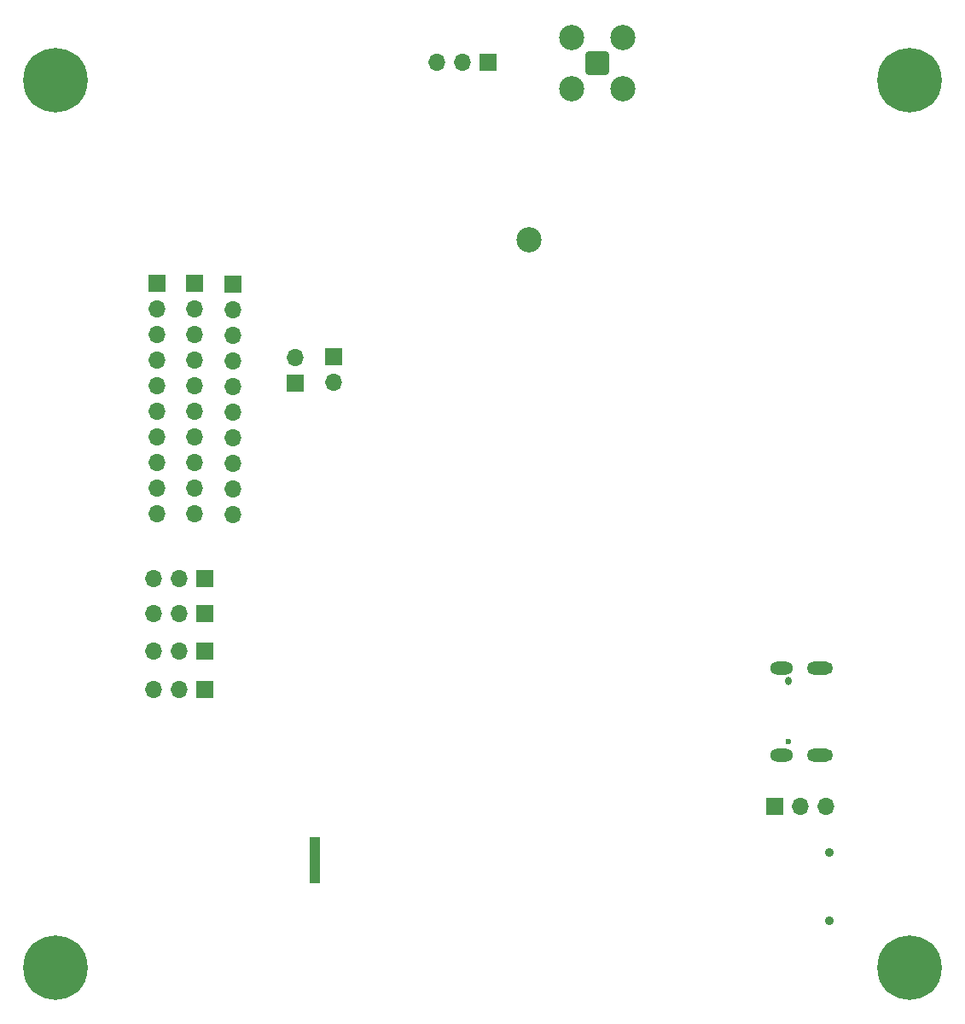
<source format=gbr>
%TF.GenerationSoftware,KiCad,Pcbnew,(6.0.7)*%
%TF.CreationDate,2023-04-27T18:42:04+08:00*%
%TF.ProjectId,Engineering 2023 UAV flight controller,456e6769-6e65-4657-9269-6e6720323032,1*%
%TF.SameCoordinates,Original*%
%TF.FileFunction,Soldermask,Bot*%
%TF.FilePolarity,Negative*%
%FSLAX46Y46*%
G04 Gerber Fmt 4.6, Leading zero omitted, Abs format (unit mm)*
G04 Created by KiCad (PCBNEW (6.0.7)) date 2023-04-27 18:42:04*
%MOMM*%
%LPD*%
G01*
G04 APERTURE LIST*
G04 Aperture macros list*
%AMRoundRect*
0 Rectangle with rounded corners*
0 $1 Rounding radius*
0 $2 $3 $4 $5 $6 $7 $8 $9 X,Y pos of 4 corners*
0 Add a 4 corners polygon primitive as box body*
4,1,4,$2,$3,$4,$5,$6,$7,$8,$9,$2,$3,0*
0 Add four circle primitives for the rounded corners*
1,1,$1+$1,$2,$3*
1,1,$1+$1,$4,$5*
1,1,$1+$1,$6,$7*
1,1,$1+$1,$8,$9*
0 Add four rect primitives between the rounded corners*
20,1,$1+$1,$2,$3,$4,$5,0*
20,1,$1+$1,$4,$5,$6,$7,0*
20,1,$1+$1,$6,$7,$8,$9,0*
20,1,$1+$1,$8,$9,$2,$3,0*%
G04 Aperture macros list end*
%ADD10R,1.700000X1.700000*%
%ADD11O,1.700000X1.700000*%
%ADD12R,1.100000X4.600000*%
%ADD13C,0.800000*%
%ADD14C,6.400000*%
%ADD15C,0.600000*%
%ADD16O,0.600000X0.850000*%
%ADD17O,2.300000X1.300000*%
%ADD18O,2.600000X1.300000*%
%ADD19C,0.900000*%
%ADD20RoundRect,0.200100X0.949900X0.949900X-0.949900X0.949900X-0.949900X-0.949900X0.949900X-0.949900X0*%
%ADD21C,2.500000*%
G04 APERTURE END LIST*
D10*
%TO.C,M3*%
X124200000Y-104650000D03*
D11*
X121660000Y-104650000D03*
X119120000Y-104650000D03*
%TD*%
D12*
%TO.C,IC1*%
X135200000Y-125400000D03*
%TD*%
D10*
%TO.C,J8*%
X137000000Y-75400000D03*
D11*
X137000000Y-77940000D03*
%TD*%
D10*
%TO.C,J6*%
X127000000Y-68175000D03*
D11*
X127000000Y-70715000D03*
X127000000Y-73255000D03*
X127000000Y-75795000D03*
X127000000Y-78335000D03*
X127000000Y-80875000D03*
X127000000Y-83415000D03*
X127000000Y-85955000D03*
X127000000Y-88495000D03*
X127000000Y-91035000D03*
%TD*%
D13*
%TO.C,H2*%
X195897056Y-46302944D03*
X194200000Y-50400000D03*
X195897056Y-49697056D03*
X192502944Y-46302944D03*
X192502944Y-49697056D03*
X194200000Y-45600000D03*
D14*
X194200000Y-48000000D03*
D13*
X191800000Y-48000000D03*
X196600000Y-48000000D03*
%TD*%
%TO.C,H1*%
X111097056Y-134302944D03*
X111800000Y-136000000D03*
X109400000Y-138400000D03*
X109400000Y-133600000D03*
X111097056Y-137697056D03*
D14*
X109400000Y-136000000D03*
D13*
X107702944Y-134302944D03*
X107000000Y-136000000D03*
X107702944Y-137697056D03*
%TD*%
D10*
%TO.C,J7*%
X119500000Y-68170000D03*
D11*
X119500000Y-70710000D03*
X119500000Y-73250000D03*
X119500000Y-75790000D03*
X119500000Y-78330000D03*
X119500000Y-80870000D03*
X119500000Y-83410000D03*
X119500000Y-85950000D03*
X119500000Y-88490000D03*
X119500000Y-91030000D03*
%TD*%
D13*
%TO.C,H4*%
X107702944Y-46302944D03*
X111097056Y-49697056D03*
X109400000Y-45600000D03*
D14*
X109400000Y-48000000D03*
D13*
X111800000Y-48000000D03*
X111097056Y-46302944D03*
X107000000Y-48000000D03*
X109400000Y-50400000D03*
X107702944Y-49697056D03*
%TD*%
D10*
%TO.C,M1*%
X124225000Y-97400000D03*
D11*
X121685000Y-97400000D03*
X119145000Y-97400000D03*
%TD*%
D10*
%TO.C,M4*%
X124200000Y-108400000D03*
D11*
X121660000Y-108400000D03*
X119120000Y-108400000D03*
%TD*%
D10*
%TO.C,J2*%
X180800000Y-120000000D03*
D11*
X183340000Y-120000000D03*
X185880000Y-120000000D03*
%TD*%
D10*
%TO.C,M2*%
X124225000Y-100900000D03*
D11*
X121685000Y-100900000D03*
X119145000Y-100900000D03*
%TD*%
D13*
%TO.C,H3*%
X195897056Y-137697056D03*
X192502944Y-134302944D03*
X195897056Y-134302944D03*
X194200000Y-133600000D03*
X196600000Y-136000000D03*
D14*
X194200000Y-136000000D03*
D13*
X191800000Y-136000000D03*
X192502944Y-137697056D03*
X194200000Y-138400000D03*
%TD*%
D10*
%TO.C,J9*%
X133200000Y-78000000D03*
D11*
X133200000Y-75460000D03*
%TD*%
D15*
%TO.C,J3*%
X182175000Y-113600000D03*
D16*
X182175000Y-107600000D03*
D17*
X181450000Y-114920000D03*
D18*
X185275000Y-114920000D03*
D17*
X181450000Y-106280000D03*
D18*
X185275000Y-106280000D03*
%TD*%
D10*
%TO.C,J5*%
X123250000Y-68170000D03*
D11*
X123250000Y-70710000D03*
X123250000Y-73250000D03*
X123250000Y-75790000D03*
X123250000Y-78330000D03*
X123250000Y-80870000D03*
X123250000Y-83410000D03*
X123250000Y-85950000D03*
X123250000Y-88490000D03*
X123250000Y-91030000D03*
%TD*%
D19*
%TO.C,SW1*%
X186200000Y-124600000D03*
X186200000Y-131400000D03*
%TD*%
D10*
%TO.C,J10*%
X152340000Y-46200000D03*
D11*
X149800000Y-46200000D03*
X147260000Y-46200000D03*
%TD*%
D20*
%TO.C,J4*%
X163200000Y-46250000D03*
D21*
X160660000Y-48790000D03*
X165740000Y-43710000D03*
X160660000Y-43710000D03*
X165740000Y-48790000D03*
%TD*%
%TO.C,TP3*%
X156400000Y-63800000D03*
%TD*%
M02*

</source>
